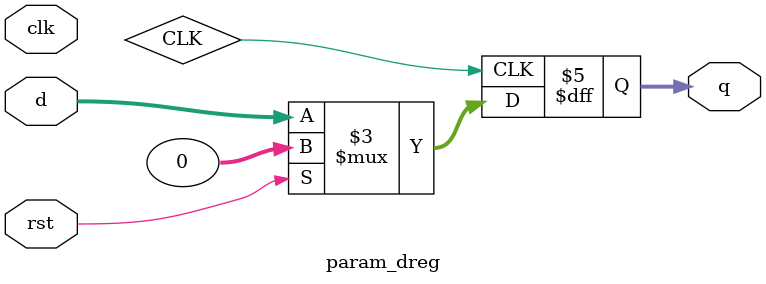
<source format=v>
module param_dreg(d, q, clk, rst);

parameter width = 32; //Can be set to 1, 10, 23 etc.

input [width-1:0] d;
output [width-1:0] q;
input clk, rst;

always@(posedge CLK) begin
	if(rst) q = 0;
	else q = d;
end

endmodule		

</source>
